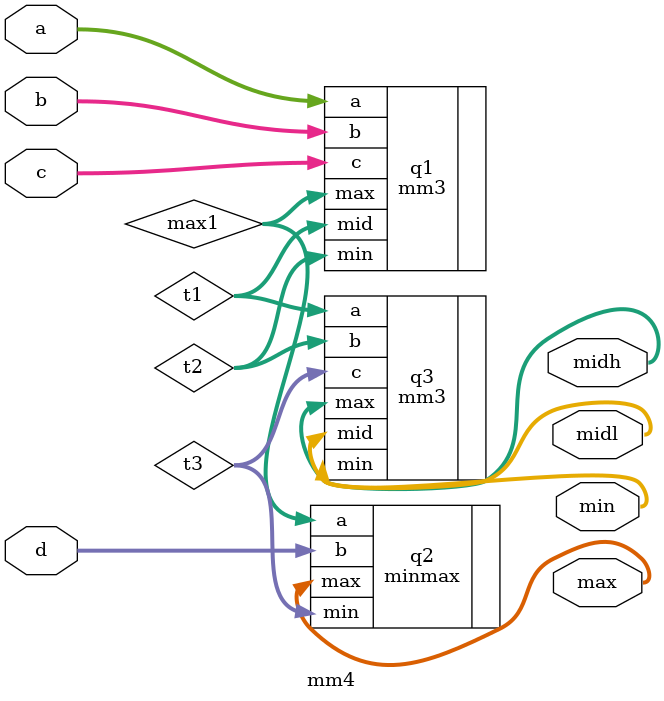
<source format=v>
module mm4 (a,b,c,d,max,midh,midl,min);
	input [7:0] a,b,c,d;
	output [7:0] max,midh,midl,min;
	
	//mm4 dut5_03 (.a(),.b(),.c(),.d(),.max(),.midh(),.midl(),.min());
	wire [7:0] t1,t2,t3,max1;
	mm3 q1(.a(a),.b(b),.c(c),.min(t2),.mid(t1),.max(max1));
	
	minmax q2(.a(max1),.b(d),.min(t3),.max(max));
	
	mm3 q3(.a(t1),.b(t2),.c(t3),.min(min),.mid(midl),.max(midh));
	
endmodule
</source>
